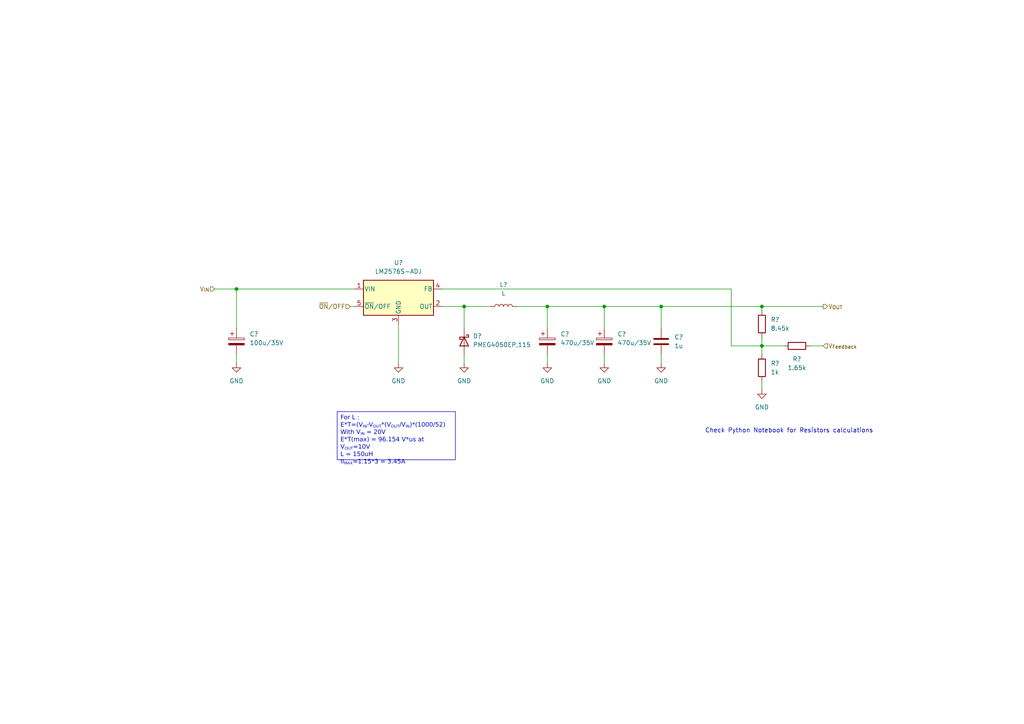
<source format=kicad_sch>
(kicad_sch (version 20230121) (generator eeschema)
  (paper "A4")
  (lib_symbols
    (symbol "Device:C" (pin_numbers hide) (pin_names (offset 0.254))
      (property "Reference" "C" (at 0.635 2.54 0))
      (property "Value" "C" (at 0.635 -2.54 0))
      (symbol "C_0_1"
        (polyline (pts (xy -2.032 -0.762) (xy 2.032 -0.762)) (stroke (width 0.508)))
        (polyline (pts (xy -2.032 0.762) (xy 2.032 0.762)) (stroke (width 0.508)))
      )
      (symbol "C_1_1"
        (pin passive line (at 0 3.81 270) (length 2.794) (name "~") (number "1"))
        (pin passive line (at 0 -3.81 90) (length 2.794) (name "~") (number "2"))
      )
    )
    (symbol "Device:C_Polarized" (pin_numbers hide) (pin_names (offset 0.254))
      (property "Reference" "C" (at 0.635 2.54 0))
      (property "Value" "C_Polarized" (at 0.635 -2.54 0))
      (symbol "C_Polarized_0_1"
        (rectangle (start -2.286 0.508) (end 2.286 1.016))
        (polyline (pts (xy -1.778 2.286) (xy -0.762 2.286)))
        (polyline (pts (xy -1.27 2.794) (xy -1.27 1.778)))
        (rectangle (start 2.286 -0.508) (end -2.286 -1.016) (fill (type outline)))
      )
      (symbol "C_Polarized_1_1"
        (pin passive line (at 0 3.81 270) (length 2.794) (name "~") (number "1"))
        (pin passive line (at 0 -3.81 90) (length 2.794) (name "~") (number "2"))
      )
    )
    (symbol "Device:D_Schottky" (pin_numbers hide) (pin_names (offset 1.016) hide)
      (property "Reference" "D" (at 0 2.54 0))
      (property "Value" "D_Schottky" (at 0 -2.54 0))
      (symbol "D_Schottky_0_1"
        (polyline (pts (xy 1.27 0) (xy -1.27 0)))
        (polyline (pts (xy 1.27 1.27) (xy 1.27 -1.27) (xy -1.27 0) (xy 1.27 1.27)) (stroke (width 0.254)))
        (polyline (pts (xy -1.905 0.635) (xy -1.905 1.27) (xy -1.27 1.27) (xy -1.27 -1.27) (xy -0.635 -1.27) (xy -0.635 -0.635)) (stroke (width 0.254)))
      )
      (symbol "D_Schottky_1_1"
        (pin passive line (at -3.81 0 0) (length 2.54) (name "K") (number "1"))
        (pin passive line (at 3.81 0 180) (length 2.54) (name "A") (number "2"))
      )
    )
    (symbol "Device:L" (pin_numbers hide) (pin_names (offset 1.016) hide)
      (property "Reference" "L" (at -1.27 0 90))
      (property "Value" "L" (at 1.905 0 90))
      (symbol "L_0_1"
        (arc (start 0 -2.54) (mid 0.6323 -1.905) (end 0 -1.27))
        (arc (start 0 -1.27) (mid 0.6323 -0.635) (end 0 0))
        (arc (start 0 0) (mid 0.6323 0.635) (end 0 1.27))
        (arc (start 0 1.27) (mid 0.6323 1.905) (end 0 2.54))
      )
      (symbol "L_1_1"
        (pin passive line (at 0 3.81 270) (length 1.27) (name "1") (number "1"))
        (pin passive line (at 0 -3.81 90) (length 1.27) (name "2") (number "2"))
      )
    )
    (symbol "Device:R" (pin_numbers hide) (pin_names (offset 0))
      (property "Reference" "R" (at 2.032 0 90))
      (property "Value" "R" (at 0 0 90))
      (symbol "R_0_1"
        (rectangle (start -1.016 -2.54) (end 1.016 2.54) (stroke (width 0.254)))
      )
      (symbol "R_1_1"
        (pin passive line (at 0 3.81 270) (length 1.27) (name "~") (number "1"))
        (pin passive line (at 0 -3.81 90) (length 1.27) (name "~") (number "2"))
      )
    )
    (symbol "Regulator_Switching:LM2576S-ADJ" (pin_names (offset 0.254))
      (property "Reference" "U" (at -10.16 6.35 0))
      (property "Value" "LM2576S-ADJ" (at 0 6.35 0))
      (symbol "LM2576S-ADJ_0_1"
        (rectangle (start -10.16 5.08) (end 10.16 -5.08) (stroke (width 0.254)) (fill (type background)))
      )
      (symbol "LM2576S-ADJ_1_1"
        (pin power_in line (at -12.7 2.54 0) (length 2.54) (name "VIN") (number "1"))
        (pin output line (at 12.7 -2.54 180) (length 2.54) (name "OUT") (number "2"))
        (pin power_in line (at 0 -7.62 90) (length 2.54) (name "GND") (number "3"))
        (pin input line (at 12.7 2.54 180) (length 2.54) (name "FB") (number "4"))
        (pin input line (at -12.7 -2.54 0) (length 2.54) (name "~{ON}/OFF") (number "5"))
      )
    )
    (symbol "power:GND" (power) (pin_names (offset 0))
      (property "Value" "GND" (at 0 -3.81 0))
      (symbol "GND_0_1"
        (polyline (pts (xy 0 0) (xy 0 -1.27) (xy 1.27 -1.27) (xy 0 -2.54) (xy -1.27 -1.27) (xy 0 -1.27)))
      )
      (symbol "GND_1_1"
        (pin power_in line (at 0 0 270) (length 0) hide (name "GND") (number "1"))
      )
    )
  )
  (junction (at 134.62 88.9))
  (junction (at 158.75 88.9))
  (junction (at 191.77 88.9))
  (junction (at 220.98 88.9))
  (junction (at 175.26 88.9))
  (junction (at 68.58 83.82))
  (junction (at 220.98 100.33))
  (wire (pts (xy 134.62 102.87) (xy 134.62 105.41)))
  (wire (pts (xy 212.09 83.82) (xy 128.27 83.82)))
  (wire (pts (xy 191.77 102.87) (xy 191.77 105.41)))
  (wire (pts (xy 220.98 100.33) (xy 220.98 102.87)))
  (wire (pts (xy 134.62 88.9) (xy 142.24 88.9)))
  (wire (pts (xy 220.98 110.49) (xy 220.98 113.03)))
  (wire (pts (xy 175.26 88.9) (xy 191.77 88.9)))
  (wire (pts (xy 175.26 88.9) (xy 175.26 95.25)))
  (wire (pts (xy 191.77 88.9) (xy 220.98 88.9)))
  (wire (pts (xy 68.58 83.82) (xy 68.58 95.25)))
  (wire (pts (xy 175.26 102.87) (xy 175.26 105.41)))
  (wire (pts (xy 158.75 102.87) (xy 158.75 105.41)))
  (wire (pts (xy 212.09 100.33) (xy 212.09 83.82)))
  (wire (pts (xy 158.75 88.9) (xy 158.75 95.25)))
  (wire (pts (xy 62.23 83.82) (xy 68.58 83.82)))
  (wire (pts (xy 220.98 100.33) (xy 212.09 100.33)))
  (wire (pts (xy 68.58 102.87) (xy 68.58 105.41)))
  (wire (pts (xy 234.95 100.33) (xy 238.76 100.33)))
  (wire (pts (xy 134.62 88.9) (xy 134.62 95.25)))
  (wire (pts (xy 68.58 83.82) (xy 102.87 83.82)))
  (wire (pts (xy 149.86 88.9) (xy 158.75 88.9)))
  (wire (pts (xy 102.87 88.9) (xy 101.6 88.9)))
  (wire (pts (xy 128.27 88.9) (xy 134.62 88.9)))
  (wire (pts (xy 220.98 90.17) (xy 220.98 88.9)))
  (wire (pts (xy 158.75 88.9) (xy 175.26 88.9)))
  (wire (pts (xy 220.98 88.9) (xy 238.76 88.9)))
  (wire (pts (xy 220.98 100.33) (xy 227.33 100.33)))
  (wire (pts (xy 115.57 93.98) (xy 115.57 105.41)))
  (wire (pts (xy 191.77 88.9) (xy 191.77 95.25)))
  (wire (pts (xy 220.98 97.79) (xy 220.98 100.33)))
  (text_box "For L :\nE*T=(V_{IN}-V_{OUT}*(V_{OUT}/V_{IN})*(1000/52)\nWith V_{IN} = 20V\nE*T(max) = 96.154 V*us at V_{OUT}=10V\nL = 150uH\nIl_{MAX}=1.15*3 = 3.45A " (at 97.79 119.38 0) (size 34.29 13.97) (effects (font (size 1.27 1.27)) (justify left top)))
  (text "Check Python Notebook for Resistors calculations" (at 204.47 125.73 0) (effects (font (size 1.27 1.27)) (justify left bottom)))
  (hierarchical_label "~{ON}{slash}OFF" (shape input) (at 101.6 88.9 180))
  (hierarchical_label "V_{OUT}" (shape output) (at 238.76 88.9 0))
  (hierarchical_label "V_{IN}" (shape input) (at 62.23 83.82 180))
  (hierarchical_label "V_{Feedback}" (shape input) (at 238.76 100.33 0))
  (symbol (lib_id "Device:R") (at 220.98 93.98 0) (unit 1)
    (property "Reference" "R?" (at 223.52 92.7099 0) (effects (justify left)))
    (property "Value" "8.45k" (at 223.52 95.2499 0) (effects (justify left)))
    (instances (project "Tattoo_Supply" (path "" (reference "R?") (unit 1)) (path "" (reference "R4") (unit 1))))
  )
  (symbol (lib_id "power:GND") (at 134.62 105.41 0) (unit 1)
    (property "Reference" "#PWR?" (effects hide))
    (property "Value" "GND" (at 134.62 110.49 0))
    (instances (project "Tattoo_Supply" (path "" (reference "#PWR?") (unit 1)) (path "" (reference "#PWR018") (unit 1))))
  )
  (symbol (lib_id "Device:R") (at 231.14 100.33 90) (unit 1)
    (property "Reference" "R?" (at 231.14 104.14 90))
    (property "Value" "1.65k" (at 231.14 106.68 90))
    (instances (project "Tattoo_Supply" (path "" (reference "R?") (unit 1)) (path "" (reference "R6") (unit 1))))
  )
  (symbol (lib_id "Regulator_Switching:LM2576S-ADJ") (at 115.57 86.36 0) (unit 1)
    (property "Reference" "U?" (at 115.57 76.2 0))
    (property "Value" "LM2576S-ADJ" (at 115.57 78.74 0))
    (property "Footprint" "Package_TO_SOT_SMD:TO-263-5_TabPin3" (effects hide))
    (property "Datasheet" "http://www.ti.com/lit/ds/symlink/lm2576.pdf" (effects hide))
    (instances (project "Tattoo_Supply" (path "" (reference "U?") (unit 1)) (path "" (reference "U2") (unit 1))))
  )
  (symbol (lib_id "power:GND") (at 191.77 105.41 0) (unit 1)
    (property "Reference" "#PWR?" (effects hide))
    (property "Value" "GND" (at 191.77 110.49 0))
    (instances (project "Tattoo_Supply" (path "" (reference "#PWR?") (unit 1)) (path "" (reference "#PWR021") (unit 1))))
  )
  (symbol (lib_id "Device:D_Schottky") (at 134.62 99.06 270) (unit 1)
    (property "Reference" "D?" (at 137.16 97.4724 90) (effects (justify left)))
    (property "Value" "PMEG4050EP,115" (at 137.16 100.0124 90) (effects (justify left)))
    (property "Footprint" "Diode_SMD:D_SOD-128" (effects hide))
    (instances (project "Tattoo_Supply" (path "" (reference "D?") (unit 1)) (path "" (reference "D3") (unit 1))))
  )
  (symbol (lib_id "Device:C_Polarized") (at 175.26 99.06 0) (unit 1)
    (property "Reference" "C?" (at 179.07 96.9009 0) (effects (justify left)))
    (property "Value" "470u/35V" (at 179.07 99.4409 0) (effects (justify left)))
    (instances (project "Tattoo_Supply" (path "" (reference "C?") (unit 1)) (path "" (reference "C8") (unit 1))))
  )
  (symbol (lib_id "Device:C_Polarized") (at 68.58 99.06 0) (unit 1)
    (property "Reference" "C?" (at 72.39 96.9009 0) (effects (justify left)))
    (property "Value" "100u/35V" (at 72.39 99.4409 0) (effects (justify left)))
    (instances (project "Tattoo_Supply" (path "" (reference "C?") (unit 1)) (path "" (reference "C6") (unit 1))))
  )
  (symbol (lib_id "Device:R") (at 220.98 106.68 0) (unit 1)
    (property "Reference" "R?" (at 223.52 105.4099 0) (effects (justify left)))
    (property "Value" "1k" (at 223.52 107.9499 0) (effects (justify left)))
    (instances (project "Tattoo_Supply" (path "" (reference "R?") (unit 1)) (path "" (reference "R5") (unit 1))))
  )
  (symbol (lib_id "power:GND") (at 68.58 105.41 0) (unit 1)
    (property "Reference" "#PWR?" (effects hide))
    (property "Value" "GND" (at 68.58 110.49 0))
    (instances (project "Tattoo_Supply" (path "" (reference "#PWR?") (unit 1)) (path "" (reference "#PWR016") (unit 1))))
  )
  (symbol (lib_id "power:GND") (at 158.75 105.41 0) (unit 1)
    (property "Reference" "#PWR?" (effects hide))
    (property "Value" "GND" (at 158.75 110.49 0))
    (instances (project "Tattoo_Supply" (path "" (reference "#PWR?") (unit 1)) (path "" (reference "#PWR019") (unit 1))))
  )
  (symbol (lib_id "power:GND") (at 175.26 105.41 0) (unit 1)
    (property "Reference" "#PWR?" (effects hide))
    (property "Value" "GND" (at 175.26 110.49 0))
    (instances (project "Tattoo_Supply" (path "" (reference "#PWR?") (unit 1)) (path "" (reference "#PWR020") (unit 1))))
  )
  (symbol (lib_id "Device:L") (at 146.05 88.9 90) (unit 1)
    (property "Reference" "L?" (at 146.05 82.55 90))
    (property "Value" "L" (at 146.05 85.09 90))
    (instances (project "Tattoo_Supply" (path "" (reference "L?") (unit 1)) (path "" (reference "L2") (unit 1))))
  )
  (symbol (lib_id "power:GND") (at 115.57 105.41 0) (unit 1)
    (property "Reference" "#PWR?" (effects hide))
    (property "Value" "GND" (at 115.57 110.49 0))
    (instances (project "Tattoo_Supply" (path "" (reference "#PWR?") (unit 1)) (path "" (reference "#PWR017") (unit 1))))
  )
  (symbol (lib_id "power:GND") (at 220.98 113.03 0) (unit 1)
    (property "Reference" "#PWR?" (effects hide))
    (property "Value" "GND" (at 220.98 118.11 0))
    (instances (project "Tattoo_Supply" (path "" (reference "#PWR?") (unit 1)) (path "" (reference "#PWR022") (unit 1))))
  )
  (symbol (lib_id "Device:C_Polarized") (at 158.75 99.06 0) (unit 1)
    (property "Reference" "C?" (at 162.56 96.9009 0) (effects (justify left)))
    (property "Value" "470u/35V" (at 162.56 99.4409 0) (effects (justify left)))
    (instances (project "Tattoo_Supply" (path "" (reference "C?") (unit 1)) (path "" (reference "C7") (unit 1))))
  )
  (symbol (lib_id "Device:C") (at 191.77 99.06 0) (unit 1)
    (property "Reference" "C?" (at 195.58 97.7899 0) (effects (justify left)))
    (property "Value" "1u" (at 195.58 100.3299 0) (effects (justify left)))
    (instances (project "Tattoo_Supply" (path "" (reference "C?") (unit 1)) (path "" (reference "C9") (unit 1))))
  )
)
</source>
